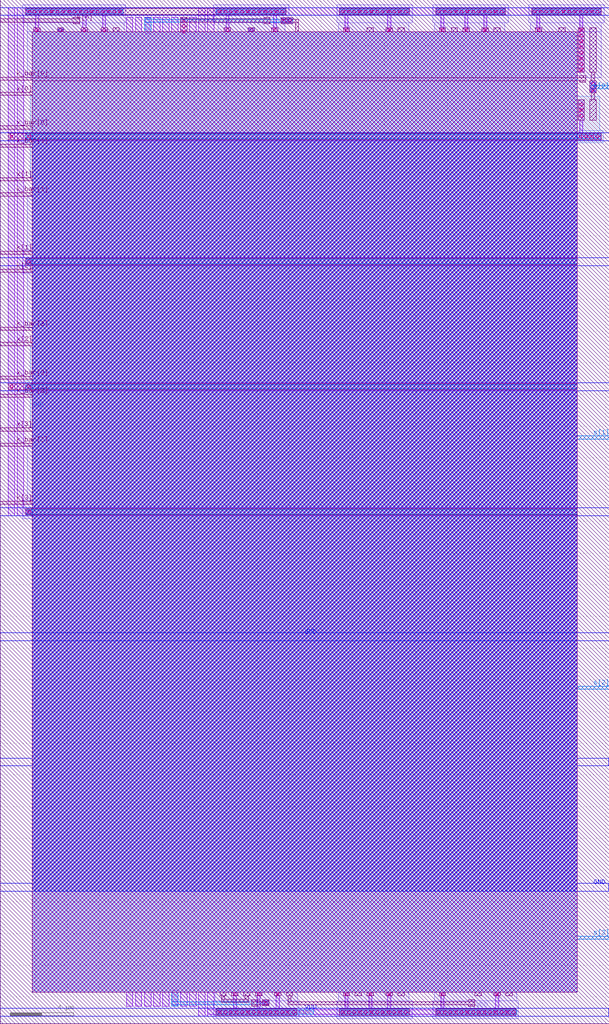
<source format=lef>
VERSION 5.7 ;
  NOWIREEXTENSIONATPIN ON ;
  DIVIDERCHAR "/" ;
  BUSBITCHARS "[]" ;
UNITS
  DATABASE MICRONS 200 ;
END UNITS

LAYER via2
  TYPE CUT ;
END via2

LAYER via
  TYPE CUT ;
END via

LAYER nwell
  TYPE MASTERSLICE ;
END nwell

LAYER via3
  TYPE CUT ;
END via3

LAYER pwell
  TYPE MASTERSLICE ;
END pwell

LAYER via4
  TYPE CUT ;
END via4

LAYER mcon
  TYPE CUT ;
END mcon

LAYER met6
  TYPE ROUTING ;
END met6

LAYER met1
  TYPE ROUTING ;
  WIDTH 0.140000 ;
  DIRECTION HORIZONTAL ;
END met1

LAYER met3
  TYPE ROUTING ;
  WIDTH 0.300000 ;
  DIRECTION HORIZONTAL ;
END met3

LAYER met2
  TYPE ROUTING ;
  WIDTH 0.140000 ;
  DIRECTION HORIZONTAL ;
END met2

LAYER met4
  TYPE ROUTING ;
  WIDTH 0.300000 ;
  DIRECTION HORIZONTAL ;
END met4

LAYER met5
  TYPE ROUTING ;
  WIDTH 1.600000 ;
  DIRECTION HORIZONTAL ;
END met5

LAYER li1
  TYPE ROUTING ;
  WIDTH 0.170000 ;
  DIRECTION HORIZONTAL ;
END li1

MACRO bitfour_CMOS
  CLASS BLOCK ;
  FOREIGN bitfour_CMOS ;
  ORIGIN 26.235 51.690 ;
  SIZE 38.425 BY 64.580 ;
  PIN GND
    ANTENNADIFFAREA 1.967500 ;
    PORT
      LAYER pwell ;
        RECT -24.355 4.650 -24.235 6.820 ;
        RECT -24.755 3.890 -24.235 4.650 ;
        RECT 10.190 4.650 11.615 6.820 ;
        RECT 10.190 3.890 11.840 4.650 ;
        RECT -24.355 1.720 -24.235 3.890 ;
        RECT -24.355 -11.130 -24.235 -8.960 ;
        RECT -24.755 -11.890 -24.235 -11.130 ;
        RECT -24.355 -14.060 -24.235 -11.890 ;
      LAYER met3 ;
        RECT -26.235 4.020 -24.235 4.520 ;
        RECT 10.190 4.020 12.190 4.520 ;
        RECT -26.235 -11.760 -24.235 -11.260 ;
        RECT 10.190 -11.760 12.190 -11.260 ;
        RECT -26.240 -43.320 -24.235 -42.820 ;
        RECT 10.190 -43.320 12.185 -42.820 ;
    END
    PORT
      LAYER met3 ;
        RECT -26.235 -27.540 12.190 -27.040 ;
    END
  END GND
  PIN s[0]
    ANTENNADIFFAREA 2.700000 ;
    PORT
      LAYER met2 ;
        RECT 10.985 7.500 11.385 7.780 ;
        RECT 10.985 7.300 12.190 7.500 ;
        RECT 10.985 7.020 11.385 7.300 ;
    END
  END s[0]
  PIN s[1]
    PORT
      LAYER met2 ;
        RECT 10.190 -14.815 12.190 -14.615 ;
    END
  END s[1]
  PIN s[2]
    PORT
      LAYER met2 ;
        RECT 10.190 -30.595 12.190 -30.395 ;
    END
  END s[2]
  PIN s[3]
    ANTENNADIFFAREA 0.210000 ;
    PORT
      LAYER met2 ;
        RECT 10.190 -46.375 12.190 -46.175 ;
    END
  END s[3]
  PIN k[1]
    PORT
      LAYER li1 ;
        RECT -26.235 -3.155 -24.235 -2.955 ;
    END
  END k[1]
  PIN k_bar[1]
    PORT
      LAYER li1 ;
        RECT -26.235 0.520 -24.235 0.720 ;
    END
  END k_bar[1]
  PIN x_bar[1]
    PORT
      LAYER li1 ;
        RECT -26.235 3.600 -24.235 3.800 ;
    END
  END x_bar[1]
  PIN k[2]
    PORT
      LAYER li1 ;
        RECT -26.235 -4.285 -24.235 -4.085 ;
    END
  END k[2]
  PIN k_bar[2]
    PORT
      LAYER li1 ;
        RECT -26.235 -7.960 -24.235 -7.760 ;
    END
  END k_bar[2]
  PIN x[2]
    PORT
      LAYER li1 ;
        RECT -26.235 -8.915 -24.235 -8.715 ;
    END
  END x[2]
  PIN x_bar[2]
    PORT
      LAYER li1 ;
        RECT -26.235 -11.040 -24.235 -10.840 ;
    END
  END x_bar[2]
  PIN x[1]
    PORT
      LAYER li1 ;
        RECT -26.235 1.475 -24.235 1.675 ;
    END
  END x[1]
  PIN k_bar[0]
    ANTENNAGATEAREA 0.052500 ;
    PORT
      LAYER li1 ;
        RECT -26.235 7.820 -24.235 8.020 ;
    END
  END k_bar[0]
  PIN x_bar[0]
    ANTENNAGATEAREA 0.052500 ;
    PORT
      LAYER li1 ;
        RECT -26.235 4.740 -24.235 4.940 ;
    END
  END x_bar[0]
  PIN x[0]
    ANTENNAGATEAREA 0.052500 ;
    PORT
      LAYER li1 ;
        RECT -26.235 6.865 -24.235 7.065 ;
    END
  END x[0]
  PIN k[0]
    ANTENNAGATEAREA 0.052500 ;
    PORT
      LAYER li1 ;
        RECT -21.625 11.695 -21.225 11.790 ;
        RECT -26.235 11.495 -21.225 11.695 ;
        RECT -21.625 11.390 -21.225 11.495 ;
    END
  END k[0]
  PIN x_bar[3]
    PORT
      LAYER li1 ;
        RECT -26.235 -12.180 -24.235 -11.980 ;
    END
  END x_bar[3]
  PIN x[3]
    PORT
      LAYER li1 ;
        RECT -26.235 -14.305 -24.235 -14.105 ;
    END
  END x[3]
  PIN k_bar[3]
    PORT
      LAYER li1 ;
        RECT -26.235 -15.260 -24.235 -15.060 ;
    END
  END k_bar[3]
  PIN k[3]
    PORT
      LAYER li1 ;
        RECT -26.235 -18.935 -24.235 -18.735 ;
    END
  END k[3]
  PIN VDD
    ANTENNADIFFAREA 25.149250 ;
    PORT
      LAYER nwell ;
        RECT -24.805 11.440 -18.315 12.590 ;
        RECT -12.780 11.440 -8.020 12.590 ;
        RECT -4.990 11.440 -0.230 12.590 ;
        RECT 1.070 11.440 5.830 12.590 ;
        RECT 7.130 11.440 11.890 12.590 ;
        RECT -24.525 10.890 -18.420 11.440 ;
        RECT -12.500 10.890 -8.250 11.440 ;
        RECT -4.885 10.890 -0.435 11.440 ;
        RECT 1.175 10.890 5.625 11.440 ;
        RECT 7.235 10.890 11.685 11.440 ;
        RECT -24.525 7.990 -24.235 10.890 ;
        RECT 10.190 7.990 11.685 10.890 ;
        RECT -24.525 -2.900 -24.235 0.550 ;
        RECT -24.805 -4.340 -24.235 -2.900 ;
        RECT -24.525 -7.790 -24.235 -4.340 ;
        RECT -24.525 -18.680 -24.235 -15.230 ;
        RECT -24.805 -19.830 -24.235 -18.680 ;
        RECT -12.675 -50.240 -7.475 -49.690 ;
        RECT -4.885 -50.240 -0.435 -49.690 ;
        RECT 1.175 -50.240 6.375 -49.690 ;
        RECT -12.780 -51.390 -7.370 -50.240 ;
        RECT -4.990 -51.390 -0.230 -50.240 ;
        RECT 1.070 -51.390 6.480 -50.240 ;
      LAYER met3 ;
        RECT -26.235 11.910 12.190 12.410 ;
        RECT -26.235 -3.870 -24.235 -3.370 ;
        RECT 10.190 -3.870 12.190 -3.370 ;
        RECT -26.235 -19.650 -24.235 -19.150 ;
        RECT 10.190 -19.650 12.190 -19.150 ;
        RECT -26.255 -35.430 -24.235 -34.930 ;
        RECT 10.190 -35.430 12.170 -34.930 ;
        RECT -26.240 -51.210 12.185 -50.710 ;
    END
  END VDD
  OBS
      LAYER li1 ;
        RECT -24.625 11.960 -8.200 12.360 ;
        RECT -4.810 11.960 -0.410 12.360 ;
        RECT 1.250 11.960 5.650 12.360 ;
        RECT 7.310 11.960 11.710 12.360 ;
        RECT -14.850 11.690 -14.450 11.790 ;
        RECT -9.600 11.690 -9.200 11.790 ;
        RECT -14.850 11.490 -9.200 11.690 ;
        RECT -24.125 10.890 -23.725 11.140 ;
        RECT -22.625 10.890 -22.225 11.140 ;
        RECT -21.125 10.890 -20.725 11.140 ;
        RECT -19.870 10.890 -19.470 11.140 ;
        RECT -19.120 10.890 -18.720 11.140 ;
        RECT -14.850 10.890 -14.450 11.490 ;
        RECT -9.600 11.390 -9.200 11.490 ;
        RECT -8.530 11.670 -7.770 11.770 ;
        RECT -8.530 11.470 -7.400 11.670 ;
        RECT -8.530 11.370 -7.770 11.470 ;
        RECT -12.100 10.890 -11.700 11.140 ;
        RECT -10.600 10.890 -10.200 11.140 ;
        RECT -9.100 10.890 -8.700 11.140 ;
        RECT -7.600 10.890 -7.400 11.470 ;
        RECT -4.585 10.890 -4.185 11.140 ;
        RECT -3.085 10.890 -2.685 11.140 ;
        RECT -1.885 10.890 -1.485 11.140 ;
        RECT -1.135 10.890 -0.735 11.140 ;
        RECT 1.475 10.890 1.875 11.140 ;
        RECT 2.225 10.890 2.625 11.140 ;
        RECT 2.975 10.890 3.375 11.140 ;
        RECT 4.175 10.890 4.575 11.140 ;
        RECT 4.925 10.890 5.325 11.140 ;
        RECT 7.535 10.890 7.935 11.140 ;
        RECT 9.035 10.890 9.435 11.140 ;
        RECT -24.235 7.990 10.190 10.890 ;
        RECT 10.235 8.340 10.635 11.140 ;
        RECT 10.985 8.340 11.385 11.140 ;
        RECT 10.335 7.990 10.735 8.090 ;
        RECT -24.235 7.790 10.735 7.990 ;
        RECT -24.235 4.470 10.190 7.790 ;
        RECT 10.335 7.690 10.735 7.790 ;
        RECT 11.085 7.780 11.285 8.340 ;
        RECT 10.985 7.020 11.385 7.780 ;
        RECT 11.085 6.590 11.285 7.020 ;
        RECT 10.235 5.290 10.635 6.590 ;
        RECT 10.985 5.290 11.385 6.590 ;
        RECT -25.735 4.070 11.710 4.470 ;
        RECT -24.235 -3.420 10.190 4.070 ;
        RECT -24.625 -3.820 10.190 -3.420 ;
        RECT -24.235 -11.310 10.190 -3.820 ;
        RECT -25.735 -11.710 10.190 -11.310 ;
        RECT -24.235 -19.200 10.190 -11.710 ;
        RECT -24.625 -19.600 10.190 -19.200 ;
        RECT -24.235 -49.690 10.190 -19.600 ;
        RECT -12.375 -49.940 -11.975 -49.690 ;
        RECT -11.625 -49.940 -11.225 -49.690 ;
        RECT -10.875 -49.940 -10.475 -49.690 ;
        RECT -10.125 -49.940 -9.725 -49.690 ;
        RECT -8.925 -49.940 -8.525 -49.690 ;
        RECT -8.175 -49.940 -7.775 -49.690 ;
        RECT -4.585 -49.940 -4.185 -49.690 ;
        RECT -3.835 -49.940 -3.435 -49.690 ;
        RECT -3.085 -49.940 -2.685 -49.690 ;
        RECT -1.885 -49.940 -1.485 -49.690 ;
        RECT -1.135 -49.940 -0.735 -49.690 ;
        RECT 1.475 -49.940 1.875 -49.690 ;
        RECT 3.725 -49.940 4.125 -49.690 ;
        RECT 4.925 -49.940 5.325 -49.690 ;
        RECT 5.675 -49.940 6.075 -49.690 ;
        RECT -12.275 -50.140 -12.075 -49.940 ;
        RECT -10.775 -50.140 -10.575 -49.940 ;
        RECT -12.275 -50.340 -10.575 -50.140 ;
        RECT -10.375 -50.290 -9.975 -50.190 ;
        RECT -9.685 -50.290 -9.285 -50.170 ;
        RECT -10.375 -50.490 -9.285 -50.290 ;
        RECT -8.075 -50.290 -7.875 -49.940 ;
        RECT 3.325 -50.290 3.725 -50.190 ;
        RECT -8.075 -50.490 3.725 -50.290 ;
        RECT -10.375 -50.590 -9.975 -50.490 ;
        RECT -9.685 -50.570 -9.285 -50.490 ;
        RECT 3.325 -50.590 3.725 -50.490 ;
        RECT -12.600 -51.160 -7.550 -50.760 ;
        RECT -4.810 -51.160 -0.410 -50.760 ;
        RECT 1.250 -51.160 6.300 -50.760 ;
      LAYER mcon ;
        RECT -11.510 -49.885 -11.340 -49.715 ;
        RECT -10.010 -49.885 -9.840 -49.715 ;
        RECT -8.810 -49.885 -8.640 -49.715 ;
        RECT -4.470 -49.885 -4.300 -49.715 ;
        RECT -2.970 -49.885 -2.800 -49.715 ;
        RECT -1.770 -49.885 -1.600 -49.715 ;
        RECT 1.590 -49.885 1.760 -49.715 ;
        RECT 5.040 -49.885 5.210 -49.715 ;
        RECT -9.570 -50.455 -9.400 -50.285 ;
        RECT -12.485 -51.045 -12.315 -50.875 ;
        RECT -12.125 -51.045 -11.955 -50.875 ;
        RECT -11.765 -51.045 -11.595 -50.875 ;
        RECT -11.405 -51.045 -11.235 -50.875 ;
        RECT -11.045 -51.045 -10.875 -50.875 ;
        RECT -10.685 -51.045 -10.515 -50.875 ;
        RECT -10.325 -51.045 -10.155 -50.875 ;
        RECT -9.965 -51.045 -9.795 -50.875 ;
        RECT -9.605 -51.045 -9.435 -50.875 ;
        RECT -9.245 -51.045 -9.075 -50.875 ;
        RECT -8.885 -51.045 -8.715 -50.875 ;
        RECT -8.525 -51.045 -8.355 -50.875 ;
        RECT -8.165 -51.045 -7.995 -50.875 ;
        RECT -7.805 -51.045 -7.635 -50.875 ;
        RECT -4.695 -51.045 -4.525 -50.875 ;
        RECT -4.335 -51.045 -4.165 -50.875 ;
        RECT -3.975 -51.045 -3.805 -50.875 ;
        RECT -3.615 -51.045 -3.445 -50.875 ;
        RECT -3.255 -51.045 -3.085 -50.875 ;
        RECT -2.895 -51.045 -2.725 -50.875 ;
        RECT -2.535 -51.045 -2.365 -50.875 ;
        RECT -2.175 -51.045 -2.005 -50.875 ;
        RECT -1.815 -51.045 -1.645 -50.875 ;
        RECT -1.455 -51.045 -1.285 -50.875 ;
        RECT -1.095 -51.045 -0.925 -50.875 ;
        RECT -0.735 -51.045 -0.565 -50.875 ;
        RECT 1.365 -51.045 1.535 -50.875 ;
        RECT 1.725 -51.045 1.895 -50.875 ;
        RECT 2.085 -51.045 2.255 -50.875 ;
        RECT 2.445 -51.045 2.615 -50.875 ;
        RECT 2.805 -51.045 2.975 -50.875 ;
        RECT 3.165 -51.045 3.335 -50.875 ;
        RECT 3.525 -51.045 3.695 -50.875 ;
        RECT 3.885 -51.045 4.055 -50.875 ;
        RECT 4.245 -51.045 4.415 -50.875 ;
        RECT 4.605 -51.045 4.775 -50.875 ;
        RECT 4.965 -51.045 5.135 -50.875 ;
        RECT 5.325 -51.045 5.495 -50.875 ;
        RECT 5.685 -51.045 5.855 -50.875 ;
        RECT 6.045 -51.045 6.215 -50.875 ;
        RECT -24.510 12.075 -24.340 12.245 ;
        RECT -24.150 12.075 -23.980 12.245 ;
        RECT -23.790 12.075 -23.620 12.245 ;
        RECT -23.430 12.075 -23.260 12.245 ;
        RECT -23.070 12.075 -22.900 12.245 ;
        RECT -22.710 12.075 -22.540 12.245 ;
        RECT -22.350 12.075 -22.180 12.245 ;
        RECT -21.990 12.075 -21.820 12.245 ;
        RECT -21.630 12.075 -21.460 12.245 ;
        RECT -21.270 12.075 -21.100 12.245 ;
        RECT -20.910 12.075 -20.740 12.245 ;
        RECT -20.550 12.075 -20.380 12.245 ;
        RECT -20.190 12.075 -20.020 12.245 ;
        RECT -19.830 12.075 -19.660 12.245 ;
        RECT -19.470 12.075 -19.300 12.245 ;
        RECT -19.110 12.075 -18.940 12.245 ;
        RECT -18.750 12.075 -18.580 12.245 ;
        RECT -12.485 12.075 -12.315 12.245 ;
        RECT -12.125 12.075 -11.955 12.245 ;
        RECT -11.765 12.075 -11.595 12.245 ;
        RECT -11.405 12.075 -11.235 12.245 ;
        RECT -11.045 12.075 -10.875 12.245 ;
        RECT -10.685 12.075 -10.515 12.245 ;
        RECT -10.325 12.075 -10.155 12.245 ;
        RECT -9.965 12.075 -9.795 12.245 ;
        RECT -9.605 12.075 -9.435 12.245 ;
        RECT -9.245 12.075 -9.075 12.245 ;
        RECT -8.885 12.075 -8.715 12.245 ;
        RECT -8.525 12.075 -8.355 12.245 ;
        RECT -4.695 12.075 -4.525 12.245 ;
        RECT -4.335 12.075 -4.165 12.245 ;
        RECT -3.975 12.075 -3.805 12.245 ;
        RECT -3.615 12.075 -3.445 12.245 ;
        RECT -3.255 12.075 -3.085 12.245 ;
        RECT -2.895 12.075 -2.725 12.245 ;
        RECT -2.535 12.075 -2.365 12.245 ;
        RECT -2.175 12.075 -2.005 12.245 ;
        RECT -1.815 12.075 -1.645 12.245 ;
        RECT -1.455 12.075 -1.285 12.245 ;
        RECT -1.095 12.075 -0.925 12.245 ;
        RECT -0.735 12.075 -0.565 12.245 ;
        RECT 1.365 12.075 1.535 12.245 ;
        RECT 1.725 12.075 1.895 12.245 ;
        RECT 2.085 12.075 2.255 12.245 ;
        RECT 2.445 12.075 2.615 12.245 ;
        RECT 2.805 12.075 2.975 12.245 ;
        RECT 3.165 12.075 3.335 12.245 ;
        RECT 3.525 12.075 3.695 12.245 ;
        RECT 3.885 12.075 4.055 12.245 ;
        RECT 4.245 12.075 4.415 12.245 ;
        RECT 4.605 12.075 4.775 12.245 ;
        RECT 4.965 12.075 5.135 12.245 ;
        RECT 5.325 12.075 5.495 12.245 ;
        RECT 7.425 12.075 7.595 12.245 ;
        RECT 7.785 12.075 7.955 12.245 ;
        RECT 8.145 12.075 8.315 12.245 ;
        RECT 8.505 12.075 8.675 12.245 ;
        RECT 8.865 12.075 9.035 12.245 ;
        RECT 9.225 12.075 9.395 12.245 ;
        RECT 9.585 12.075 9.755 12.245 ;
        RECT 9.945 12.075 10.115 12.245 ;
        RECT 10.305 12.075 10.475 12.245 ;
        RECT 10.665 12.075 10.835 12.245 ;
        RECT 11.025 12.075 11.195 12.245 ;
        RECT 11.385 12.075 11.555 12.245 ;
        RECT -14.735 11.505 -14.565 11.675 ;
        RECT -8.415 11.485 -8.245 11.655 ;
        RECT -8.055 11.485 -7.885 11.655 ;
        RECT -14.735 11.145 -14.565 11.315 ;
        RECT -24.010 10.915 -23.840 11.085 ;
        RECT -22.510 10.915 -22.340 11.085 ;
        RECT -21.010 10.915 -20.840 11.085 ;
        RECT -19.755 10.915 -19.585 11.085 ;
        RECT -14.735 10.785 -14.565 10.955 ;
        RECT -11.985 10.915 -11.815 11.085 ;
        RECT -10.485 10.915 -10.315 11.085 ;
        RECT -8.985 10.915 -8.815 11.085 ;
        RECT -4.470 10.915 -4.300 11.085 ;
        RECT -1.770 10.915 -1.600 11.085 ;
        RECT 1.590 10.915 1.760 11.085 ;
        RECT 3.090 10.915 3.260 11.085 ;
        RECT 4.290 10.915 4.460 11.085 ;
        RECT 7.650 10.915 7.820 11.085 ;
        RECT 10.350 10.915 10.520 11.085 ;
        RECT -25.620 4.185 -25.450 4.355 ;
        RECT -24.510 4.185 -24.340 4.355 ;
        RECT -24.510 -3.705 -24.340 -3.535 ;
        RECT -25.620 -11.595 -25.450 -11.425 ;
        RECT -24.510 -11.595 -24.340 -11.425 ;
        RECT -24.510 -19.485 -24.340 -19.315 ;
        RECT 10.350 10.555 10.520 10.725 ;
        RECT 10.350 10.195 10.520 10.365 ;
        RECT 10.350 9.835 10.520 10.005 ;
        RECT 10.350 9.475 10.520 9.645 ;
        RECT 10.350 9.115 10.520 9.285 ;
        RECT 10.350 8.755 10.520 8.925 ;
        RECT 10.350 8.395 10.520 8.565 ;
        RECT 11.100 7.495 11.270 7.665 ;
        RECT 11.100 7.135 11.270 7.305 ;
        RECT 10.350 6.215 10.520 6.385 ;
        RECT 10.350 5.855 10.520 6.025 ;
        RECT 10.350 5.495 10.520 5.665 ;
        RECT 10.305 4.185 10.475 4.355 ;
        RECT 10.665 4.185 10.835 4.355 ;
        RECT 11.025 4.185 11.195 4.355 ;
        RECT 11.385 4.185 11.555 4.355 ;
      LAYER met1 ;
        RECT -25.735 -19.650 -25.335 12.410 ;
        RECT -25.165 11.910 -18.495 12.410 ;
        RECT -25.165 -3.370 -24.765 11.910 ;
        RECT -24.025 11.140 -23.825 11.910 ;
        RECT -21.025 11.140 -20.825 11.910 ;
        RECT -19.770 11.140 -19.570 11.910 ;
        RECT -24.125 10.890 -23.725 11.140 ;
        RECT -22.625 10.890 -22.225 11.140 ;
        RECT -21.125 10.890 -20.725 11.140 ;
        RECT -19.870 10.890 -19.470 11.140 ;
        RECT -18.270 10.890 -17.870 11.790 ;
        RECT -17.700 10.890 -17.300 11.790 ;
        RECT -17.130 10.890 -16.730 11.790 ;
        RECT -16.560 10.890 -16.160 11.790 ;
        RECT -15.990 10.890 -15.590 11.790 ;
        RECT -15.420 10.890 -15.020 11.790 ;
        RECT -14.850 10.890 -14.450 11.790 ;
        RECT -14.280 10.890 -13.880 11.790 ;
        RECT -13.710 10.890 -13.310 12.410 ;
        RECT -13.140 11.910 11.710 12.410 ;
        RECT -13.140 10.890 -12.740 11.910 ;
        RECT -12.000 11.140 -11.800 11.910 ;
        RECT -9.000 11.140 -8.800 11.910 ;
        RECT -8.530 11.370 -7.770 11.770 ;
        RECT -4.485 11.140 -4.285 11.910 ;
        RECT -1.785 11.140 -1.585 11.910 ;
        RECT 1.575 11.140 1.775 11.910 ;
        RECT 3.080 11.140 3.280 11.910 ;
        RECT 4.275 11.140 4.475 11.910 ;
        RECT 7.635 11.140 7.835 11.910 ;
        RECT 10.335 11.140 10.535 11.910 ;
        RECT -12.100 10.890 -11.700 11.140 ;
        RECT -10.600 10.890 -10.200 11.140 ;
        RECT -9.100 10.890 -8.700 11.140 ;
        RECT -4.585 10.890 -4.185 11.140 ;
        RECT -1.885 10.890 -1.485 11.140 ;
        RECT 1.475 10.890 1.875 11.140 ;
        RECT 2.975 10.890 3.375 11.140 ;
        RECT 4.175 10.890 4.575 11.140 ;
        RECT 7.535 10.890 7.935 11.140 ;
        RECT -24.235 4.520 10.190 10.890 ;
        RECT 10.235 8.340 10.635 11.140 ;
        RECT 10.985 7.020 11.385 7.780 ;
        RECT 10.235 5.290 10.635 6.590 ;
        RECT 10.335 4.520 10.535 5.290 ;
        RECT -24.625 4.020 11.710 4.520 ;
        RECT -24.235 -3.370 10.190 4.020 ;
        RECT -25.165 -3.870 10.190 -3.370 ;
        RECT -25.165 -19.150 -24.765 -3.870 ;
        RECT -24.235 -11.260 10.190 -3.870 ;
        RECT -24.625 -11.760 10.190 -11.260 ;
        RECT -24.235 -19.150 10.190 -11.760 ;
        RECT -25.165 -19.650 10.190 -19.150 ;
        RECT -24.235 -49.690 10.190 -19.650 ;
        RECT -18.270 -50.590 -17.870 -49.690 ;
        RECT -17.700 -50.590 -17.300 -49.690 ;
        RECT -17.130 -50.590 -16.730 -49.690 ;
        RECT -16.560 -50.590 -16.160 -49.690 ;
        RECT -15.990 -50.585 -15.590 -49.690 ;
        RECT -15.420 -50.590 -15.020 -49.690 ;
        RECT -14.850 -50.585 -14.450 -49.690 ;
        RECT -14.280 -50.585 -13.880 -49.690 ;
        RECT -13.710 -51.210 -13.310 -49.690 ;
        RECT -13.140 -50.710 -12.740 -49.690 ;
        RECT -11.625 -49.940 -11.225 -49.690 ;
        RECT -10.125 -49.940 -9.725 -49.690 ;
        RECT -8.925 -49.940 -8.525 -49.690 ;
        RECT -4.585 -49.940 -4.185 -49.690 ;
        RECT -3.085 -49.940 -2.685 -49.690 ;
        RECT -1.885 -49.940 -1.485 -49.690 ;
        RECT 1.475 -49.940 1.875 -49.690 ;
        RECT 4.925 -49.940 5.325 -49.690 ;
        RECT -11.525 -50.710 -11.325 -49.940 ;
        RECT -10.025 -50.710 -9.825 -49.940 ;
        RECT -9.685 -50.570 -9.285 -50.170 ;
        RECT -8.825 -50.710 -8.625 -49.940 ;
        RECT -4.485 -50.710 -4.285 -49.940 ;
        RECT -2.980 -50.710 -2.780 -49.940 ;
        RECT -1.785 -50.710 -1.585 -49.940 ;
        RECT 1.575 -50.710 1.775 -49.940 ;
        RECT 5.030 -50.710 5.230 -49.940 ;
        RECT -13.140 -50.820 6.300 -50.710 ;
        RECT -13.140 -51.080 6.355 -50.820 ;
        RECT -13.140 -51.210 6.300 -51.080 ;
      LAYER via ;
        RECT -15.350 -49.840 -15.090 -49.580 ;
        RECT -15.350 -50.180 -15.090 -49.920 ;
        RECT -15.350 -50.520 -15.090 -50.260 ;
        RECT -9.615 -50.500 -9.355 -50.240 ;
        RECT -12.545 -51.090 -12.285 -50.830 ;
        RECT -12.145 -51.090 -11.885 -50.830 ;
        RECT -11.745 -51.090 -11.485 -50.830 ;
        RECT -11.345 -51.090 -11.085 -50.830 ;
        RECT -10.945 -51.090 -10.685 -50.830 ;
        RECT -10.545 -51.090 -10.285 -50.830 ;
        RECT -10.145 -51.090 -9.885 -50.830 ;
        RECT -9.745 -51.090 -9.485 -50.830 ;
        RECT -9.345 -51.090 -9.085 -50.830 ;
        RECT -8.945 -51.090 -8.685 -50.830 ;
        RECT -8.545 -51.090 -8.285 -50.830 ;
        RECT -8.145 -51.090 -7.885 -50.830 ;
        RECT -7.745 -51.090 -7.485 -50.830 ;
        RECT -7.345 -51.090 -7.085 -50.830 ;
        RECT -6.945 -51.090 -6.685 -50.830 ;
        RECT -4.755 -51.090 -4.495 -50.830 ;
        RECT -4.355 -51.090 -4.095 -50.830 ;
        RECT -3.955 -51.090 -3.695 -50.830 ;
        RECT -3.555 -51.090 -3.295 -50.830 ;
        RECT -3.155 -51.090 -2.895 -50.830 ;
        RECT -2.755 -51.090 -2.495 -50.830 ;
        RECT -2.355 -51.090 -2.095 -50.830 ;
        RECT -1.955 -51.090 -1.695 -50.830 ;
        RECT -1.555 -51.090 -1.295 -50.830 ;
        RECT -1.155 -51.090 -0.895 -50.830 ;
        RECT -0.755 -51.090 -0.495 -50.830 ;
        RECT 1.305 -51.090 1.565 -50.830 ;
        RECT 1.705 -51.090 1.965 -50.830 ;
        RECT 2.105 -51.090 2.365 -50.830 ;
        RECT 2.505 -51.090 2.765 -50.830 ;
        RECT 2.905 -51.090 3.165 -50.830 ;
        RECT 3.305 -51.090 3.565 -50.830 ;
        RECT 3.705 -51.090 3.965 -50.830 ;
        RECT 4.105 -51.090 4.365 -50.830 ;
        RECT 4.505 -51.090 4.765 -50.830 ;
        RECT 4.905 -51.090 5.165 -50.830 ;
        RECT 5.305 -51.090 5.565 -50.830 ;
        RECT 5.705 -51.090 5.965 -50.830 ;
        RECT -24.570 12.030 -24.310 12.290 ;
        RECT -24.170 12.030 -23.910 12.290 ;
        RECT -23.770 12.030 -23.510 12.290 ;
        RECT -23.370 12.030 -23.110 12.290 ;
        RECT -22.970 12.030 -22.710 12.290 ;
        RECT -22.570 12.030 -22.310 12.290 ;
        RECT -22.170 12.030 -21.910 12.290 ;
        RECT -21.770 12.030 -21.510 12.290 ;
        RECT -21.370 12.030 -21.110 12.290 ;
        RECT -20.970 12.030 -20.710 12.290 ;
        RECT -20.570 12.030 -20.310 12.290 ;
        RECT -20.170 12.030 -19.910 12.290 ;
        RECT -19.770 12.030 -19.510 12.290 ;
        RECT -19.370 12.030 -19.110 12.290 ;
        RECT -18.970 12.030 -18.710 12.290 ;
        RECT -22.555 10.870 -22.295 11.130 ;
        RECT -17.060 11.440 -16.800 11.700 ;
        RECT -17.060 11.100 -16.800 11.360 ;
        RECT -17.060 10.760 -16.800 11.020 ;
        RECT -12.545 12.030 -12.285 12.290 ;
        RECT -12.145 12.030 -11.885 12.290 ;
        RECT -11.745 12.030 -11.485 12.290 ;
        RECT -11.345 12.030 -11.085 12.290 ;
        RECT -10.945 12.030 -10.685 12.290 ;
        RECT -10.545 12.030 -10.285 12.290 ;
        RECT -10.145 12.030 -9.885 12.290 ;
        RECT -9.745 12.030 -9.485 12.290 ;
        RECT -9.345 12.030 -9.085 12.290 ;
        RECT -8.945 12.030 -8.685 12.290 ;
        RECT -8.545 12.030 -8.285 12.290 ;
        RECT -4.755 12.030 -4.495 12.290 ;
        RECT -4.355 12.030 -4.095 12.290 ;
        RECT -3.955 12.030 -3.695 12.290 ;
        RECT -3.555 12.030 -3.295 12.290 ;
        RECT -3.155 12.030 -2.895 12.290 ;
        RECT -2.755 12.030 -2.495 12.290 ;
        RECT -2.355 12.030 -2.095 12.290 ;
        RECT -1.955 12.030 -1.695 12.290 ;
        RECT -1.555 12.030 -1.295 12.290 ;
        RECT -1.155 12.030 -0.895 12.290 ;
        RECT -0.755 12.030 -0.495 12.290 ;
        RECT 1.305 12.030 1.565 12.290 ;
        RECT 1.705 12.030 1.965 12.290 ;
        RECT 2.105 12.030 2.365 12.290 ;
        RECT 2.505 12.030 2.765 12.290 ;
        RECT 2.905 12.030 3.165 12.290 ;
        RECT 3.305 12.030 3.565 12.290 ;
        RECT 3.705 12.030 3.965 12.290 ;
        RECT 4.105 12.030 4.365 12.290 ;
        RECT 4.505 12.030 4.765 12.290 ;
        RECT 4.905 12.030 5.165 12.290 ;
        RECT 5.305 12.030 5.565 12.290 ;
        RECT 7.365 12.030 7.625 12.290 ;
        RECT 7.765 12.030 8.025 12.290 ;
        RECT 8.165 12.030 8.425 12.290 ;
        RECT 8.565 12.030 8.825 12.290 ;
        RECT 8.965 12.030 9.225 12.290 ;
        RECT 9.365 12.030 9.625 12.290 ;
        RECT 9.765 12.030 10.025 12.290 ;
        RECT 10.165 12.030 10.425 12.290 ;
        RECT 10.565 12.030 10.825 12.290 ;
        RECT 10.965 12.030 11.225 12.290 ;
        RECT 11.365 12.030 11.625 12.290 ;
        RECT -8.460 11.440 -8.200 11.700 ;
        RECT -8.100 11.440 -7.840 11.700 ;
        RECT -10.530 10.870 -10.270 11.130 ;
        RECT -24.570 4.140 -24.310 4.400 ;
        RECT -24.570 -3.750 -24.310 -3.490 ;
        RECT -24.570 -11.640 -24.310 -11.380 ;
        RECT -24.570 -19.530 -24.310 -19.270 ;
        RECT 11.055 7.450 11.315 7.710 ;
        RECT 11.055 7.090 11.315 7.350 ;
        RECT 10.165 4.140 10.425 4.400 ;
        RECT 10.565 4.140 10.825 4.400 ;
        RECT 10.965 4.140 11.225 4.400 ;
        RECT 11.365 4.140 11.625 4.400 ;
      LAYER met2 ;
        RECT -24.625 12.020 -18.495 12.300 ;
        RECT -12.600 12.020 -8.200 12.300 ;
        RECT -4.810 12.020 -0.410 12.300 ;
        RECT 1.250 12.020 5.650 12.300 ;
        RECT 7.310 12.020 11.710 12.300 ;
        RECT -17.130 11.670 -16.730 11.770 ;
        RECT -8.530 11.670 -7.770 11.770 ;
        RECT -17.130 11.470 -7.770 11.670 ;
        RECT -22.625 10.890 -22.225 11.140 ;
        RECT -17.130 10.890 -16.730 11.470 ;
        RECT -8.530 11.370 -7.770 11.470 ;
        RECT -10.600 10.890 -10.200 11.140 ;
        RECT -24.235 4.410 10.190 10.890 ;
        RECT -24.625 4.130 11.710 4.410 ;
        RECT -24.235 -3.480 10.190 4.130 ;
        RECT -24.625 -3.760 10.190 -3.480 ;
        RECT -24.235 -11.370 10.190 -3.760 ;
        RECT -24.625 -11.650 10.190 -11.370 ;
        RECT -24.235 -19.260 10.190 -11.650 ;
        RECT -24.625 -19.540 10.190 -19.260 ;
        RECT -24.235 -49.690 10.190 -19.540 ;
        RECT -15.420 -50.290 -15.020 -49.690 ;
        RECT -9.685 -50.290 -9.285 -50.170 ;
        RECT -15.420 -50.490 -9.285 -50.290 ;
        RECT -15.420 -50.590 -15.020 -50.490 ;
        RECT -9.685 -50.570 -9.285 -50.490 ;
        RECT -12.600 -51.100 -6.470 -50.820 ;
        RECT -4.810 -51.100 -0.410 -50.820 ;
        RECT 1.250 -51.100 6.355 -50.820 ;
      LAYER via2 ;
        RECT -12.555 -51.100 -12.275 -50.820 ;
        RECT -12.155 -51.100 -11.875 -50.820 ;
        RECT -11.755 -51.100 -11.475 -50.820 ;
        RECT -11.355 -51.100 -11.075 -50.820 ;
        RECT -10.955 -51.100 -10.675 -50.820 ;
        RECT -10.555 -51.100 -10.275 -50.820 ;
        RECT -10.155 -51.100 -9.875 -50.820 ;
        RECT -9.755 -51.100 -9.475 -50.820 ;
        RECT -9.355 -51.100 -9.075 -50.820 ;
        RECT -8.955 -51.100 -8.675 -50.820 ;
        RECT -8.555 -51.100 -8.275 -50.820 ;
        RECT -8.155 -51.100 -7.875 -50.820 ;
        RECT -7.755 -51.100 -7.475 -50.820 ;
        RECT -7.355 -51.100 -7.075 -50.820 ;
        RECT -6.955 -51.100 -6.675 -50.820 ;
        RECT -4.765 -51.100 -4.485 -50.820 ;
        RECT -4.365 -51.100 -4.085 -50.820 ;
        RECT -3.965 -51.100 -3.685 -50.820 ;
        RECT -3.565 -51.100 -3.285 -50.820 ;
        RECT -3.165 -51.100 -2.885 -50.820 ;
        RECT -2.765 -51.100 -2.485 -50.820 ;
        RECT -2.365 -51.100 -2.085 -50.820 ;
        RECT -1.965 -51.100 -1.685 -50.820 ;
        RECT -1.565 -51.100 -1.285 -50.820 ;
        RECT -1.165 -51.100 -0.885 -50.820 ;
        RECT -0.765 -51.100 -0.485 -50.820 ;
        RECT 1.295 -51.100 1.575 -50.820 ;
        RECT 1.695 -51.100 1.975 -50.820 ;
        RECT 2.095 -51.100 2.375 -50.820 ;
        RECT 2.495 -51.100 2.775 -50.820 ;
        RECT 2.895 -51.100 3.175 -50.820 ;
        RECT 3.295 -51.100 3.575 -50.820 ;
        RECT 3.695 -51.100 3.975 -50.820 ;
        RECT 4.095 -51.100 4.375 -50.820 ;
        RECT 4.495 -51.100 4.775 -50.820 ;
        RECT 4.895 -51.100 5.175 -50.820 ;
        RECT 5.295 -51.100 5.575 -50.820 ;
        RECT 5.695 -51.100 5.975 -50.820 ;
        RECT -24.580 12.020 -24.300 12.300 ;
        RECT -24.180 12.020 -23.900 12.300 ;
        RECT -23.780 12.020 -23.500 12.300 ;
        RECT -23.380 12.020 -23.100 12.300 ;
        RECT -22.980 12.020 -22.700 12.300 ;
        RECT -22.580 12.020 -22.300 12.300 ;
        RECT -22.180 12.020 -21.900 12.300 ;
        RECT -21.780 12.020 -21.500 12.300 ;
        RECT -21.380 12.020 -21.100 12.300 ;
        RECT -20.980 12.020 -20.700 12.300 ;
        RECT -20.580 12.020 -20.300 12.300 ;
        RECT -20.180 12.020 -19.900 12.300 ;
        RECT -19.780 12.020 -19.500 12.300 ;
        RECT -19.380 12.020 -19.100 12.300 ;
        RECT -18.980 12.020 -18.700 12.300 ;
        RECT -12.555 12.020 -12.275 12.300 ;
        RECT -12.155 12.020 -11.875 12.300 ;
        RECT -11.755 12.020 -11.475 12.300 ;
        RECT -11.355 12.020 -11.075 12.300 ;
        RECT -10.955 12.020 -10.675 12.300 ;
        RECT -10.555 12.020 -10.275 12.300 ;
        RECT -10.155 12.020 -9.875 12.300 ;
        RECT -9.755 12.020 -9.475 12.300 ;
        RECT -9.355 12.020 -9.075 12.300 ;
        RECT -8.955 12.020 -8.675 12.300 ;
        RECT -8.555 12.020 -8.275 12.300 ;
        RECT -4.765 12.020 -4.485 12.300 ;
        RECT -4.365 12.020 -4.085 12.300 ;
        RECT -3.965 12.020 -3.685 12.300 ;
        RECT -3.565 12.020 -3.285 12.300 ;
        RECT -3.165 12.020 -2.885 12.300 ;
        RECT -2.765 12.020 -2.485 12.300 ;
        RECT -2.365 12.020 -2.085 12.300 ;
        RECT -1.965 12.020 -1.685 12.300 ;
        RECT -1.565 12.020 -1.285 12.300 ;
        RECT -1.165 12.020 -0.885 12.300 ;
        RECT -0.765 12.020 -0.485 12.300 ;
        RECT 1.295 12.020 1.575 12.300 ;
        RECT 1.695 12.020 1.975 12.300 ;
        RECT 2.095 12.020 2.375 12.300 ;
        RECT 2.495 12.020 2.775 12.300 ;
        RECT 2.895 12.020 3.175 12.300 ;
        RECT 3.295 12.020 3.575 12.300 ;
        RECT 3.695 12.020 3.975 12.300 ;
        RECT 4.095 12.020 4.375 12.300 ;
        RECT 4.495 12.020 4.775 12.300 ;
        RECT 4.895 12.020 5.175 12.300 ;
        RECT 5.295 12.020 5.575 12.300 ;
        RECT 7.355 12.020 7.635 12.300 ;
        RECT 7.755 12.020 8.035 12.300 ;
        RECT 8.155 12.020 8.435 12.300 ;
        RECT 8.555 12.020 8.835 12.300 ;
        RECT 8.955 12.020 9.235 12.300 ;
        RECT 9.355 12.020 9.635 12.300 ;
        RECT 9.755 12.020 10.035 12.300 ;
        RECT 10.155 12.020 10.435 12.300 ;
        RECT 10.555 12.020 10.835 12.300 ;
        RECT 10.955 12.020 11.235 12.300 ;
        RECT 11.355 12.020 11.635 12.300 ;
        RECT -24.580 4.130 -24.300 4.410 ;
        RECT -24.580 -3.760 -24.300 -3.480 ;
        RECT -24.580 -11.650 -24.300 -11.370 ;
        RECT -24.580 -19.540 -24.300 -19.260 ;
        RECT 10.155 4.400 10.435 4.410 ;
        RECT 10.165 4.140 10.435 4.400 ;
        RECT 10.155 4.130 10.435 4.140 ;
        RECT 10.555 4.130 10.835 4.410 ;
        RECT 10.955 4.130 11.235 4.410 ;
        RECT 11.355 4.130 11.635 4.410 ;
      LAYER met3 ;
        RECT -24.235 -43.320 10.190 4.520 ;
  END
END bitfour_CMOS
END LIBRARY


</source>
